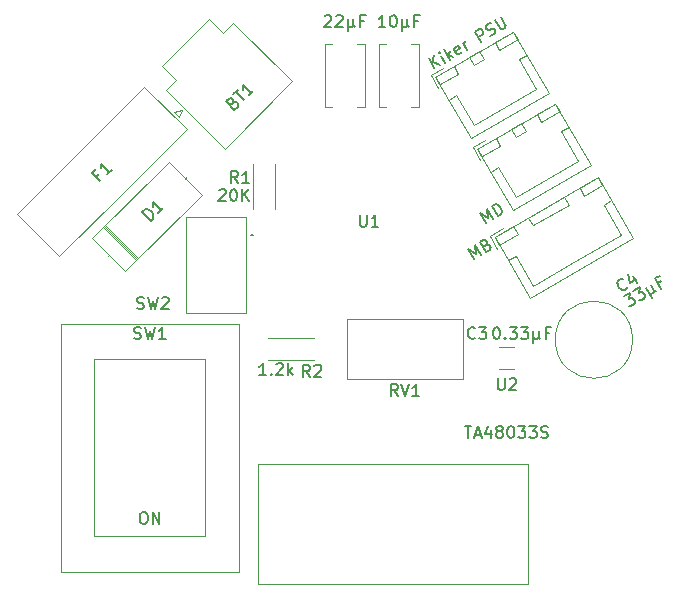
<source format=gbr>
%TF.GenerationSoftware,KiCad,Pcbnew,(6.0.5)*%
%TF.CreationDate,2023-02-26T21:46:22+09:00*%
%TF.ProjectId,psu_board,7073755f-626f-4617-9264-2e6b69636164,rev?*%
%TF.SameCoordinates,Original*%
%TF.FileFunction,Legend,Top*%
%TF.FilePolarity,Positive*%
%FSLAX46Y46*%
G04 Gerber Fmt 4.6, Leading zero omitted, Abs format (unit mm)*
G04 Created by KiCad (PCBNEW (6.0.5)) date 2023-02-26 21:46:22*
%MOMM*%
%LPD*%
G01*
G04 APERTURE LIST*
%ADD10C,0.150000*%
%ADD11C,0.120000*%
%ADD12C,0.100000*%
%ADD13C,0.200000*%
G04 APERTURE END LIST*
D10*
X162401523Y-106894380D02*
X162496761Y-106894380D01*
X162592000Y-106942000D01*
X162639619Y-106989619D01*
X162687238Y-107084857D01*
X162734857Y-107275333D01*
X162734857Y-107513428D01*
X162687238Y-107703904D01*
X162639619Y-107799142D01*
X162592000Y-107846761D01*
X162496761Y-107894380D01*
X162401523Y-107894380D01*
X162306285Y-107846761D01*
X162258666Y-107799142D01*
X162211047Y-107703904D01*
X162163428Y-107513428D01*
X162163428Y-107275333D01*
X162211047Y-107084857D01*
X162258666Y-106989619D01*
X162306285Y-106942000D01*
X162401523Y-106894380D01*
X163163428Y-107799142D02*
X163211047Y-107846761D01*
X163163428Y-107894380D01*
X163115809Y-107846761D01*
X163163428Y-107799142D01*
X163163428Y-107894380D01*
X163544380Y-106894380D02*
X164163428Y-106894380D01*
X163830095Y-107275333D01*
X163972952Y-107275333D01*
X164068190Y-107322952D01*
X164115809Y-107370571D01*
X164163428Y-107465809D01*
X164163428Y-107703904D01*
X164115809Y-107799142D01*
X164068190Y-107846761D01*
X163972952Y-107894380D01*
X163687238Y-107894380D01*
X163592000Y-107846761D01*
X163544380Y-107799142D01*
X164496761Y-106894380D02*
X165115809Y-106894380D01*
X164782476Y-107275333D01*
X164925333Y-107275333D01*
X165020571Y-107322952D01*
X165068190Y-107370571D01*
X165115809Y-107465809D01*
X165115809Y-107703904D01*
X165068190Y-107799142D01*
X165020571Y-107846761D01*
X164925333Y-107894380D01*
X164639619Y-107894380D01*
X164544380Y-107846761D01*
X164496761Y-107799142D01*
X165544380Y-107227714D02*
X165544380Y-108227714D01*
X166020571Y-107751523D02*
X166068190Y-107846761D01*
X166163428Y-107894380D01*
X165544380Y-107751523D02*
X165592000Y-107846761D01*
X165687238Y-107894380D01*
X165877714Y-107894380D01*
X165972952Y-107846761D01*
X166020571Y-107751523D01*
X166020571Y-107227714D01*
X166925333Y-107370571D02*
X166592000Y-107370571D01*
X166592000Y-107894380D02*
X166592000Y-106894380D01*
X167068190Y-106894380D01*
X173206336Y-104292700D02*
X173742447Y-103983176D01*
X173644248Y-104479757D01*
X173767966Y-104408329D01*
X173874254Y-104401949D01*
X173939303Y-104419379D01*
X174028161Y-104478048D01*
X174147209Y-104684244D01*
X174153588Y-104790532D01*
X174136159Y-104855581D01*
X174077489Y-104944440D01*
X173830054Y-105087297D01*
X173723765Y-105093676D01*
X173658717Y-105076247D01*
X174031122Y-103816509D02*
X174567233Y-103506986D01*
X174469034Y-104003567D01*
X174592752Y-103932138D01*
X174699040Y-103925758D01*
X174764089Y-103943188D01*
X174852947Y-104001857D01*
X174971995Y-104208054D01*
X174978374Y-104314342D01*
X174960945Y-104379391D01*
X174902276Y-104468249D01*
X174654840Y-104611106D01*
X174548552Y-104617486D01*
X174483503Y-104600056D01*
X175105053Y-103581375D02*
X175605053Y-104447400D01*
X175779351Y-103796912D02*
X175868209Y-103855581D01*
X175974497Y-103849201D01*
X175366958Y-104035007D02*
X175455816Y-104093676D01*
X175562104Y-104087297D01*
X175727062Y-103992059D01*
X175785731Y-103903200D01*
X175779351Y-103796912D01*
X175517446Y-103343280D01*
X176372422Y-103014617D02*
X176083746Y-103181283D01*
X176345651Y-103634916D02*
X175845651Y-102768890D01*
X176258044Y-102530795D01*
%TO.C,F1*%
X128745790Y-93911194D02*
X128510087Y-94146896D01*
X128880477Y-94517286D02*
X128173370Y-93810179D01*
X128510087Y-93473461D01*
X129856957Y-93540805D02*
X129452896Y-93944866D01*
X129654927Y-93742835D02*
X128947820Y-93035729D01*
X128981492Y-93204087D01*
X128981492Y-93338774D01*
X128947820Y-93439790D01*
%TO.C,D1*%
X133147969Y-97869793D02*
X132440862Y-97162687D01*
X132609221Y-96994328D01*
X132743908Y-96926984D01*
X132878595Y-96926984D01*
X132979610Y-96960656D01*
X133147969Y-97061671D01*
X133248984Y-97162687D01*
X133350000Y-97331045D01*
X133383671Y-97432061D01*
X133383671Y-97566748D01*
X133316328Y-97701435D01*
X133147969Y-97869793D01*
X134225465Y-96792297D02*
X133821404Y-97196358D01*
X134023435Y-96994328D02*
X133316328Y-96287221D01*
X133350000Y-96455580D01*
X133350000Y-96590267D01*
X133316328Y-96691282D01*
%TO.C,C4*%
X173516233Y-103516628D02*
X173498804Y-103581676D01*
X173398895Y-103694344D01*
X173316417Y-103741963D01*
X173168889Y-103772153D01*
X173038791Y-103737293D01*
X172949933Y-103678624D01*
X172813456Y-103537476D01*
X172742027Y-103413758D01*
X172688028Y-103224992D01*
X172681649Y-103118704D01*
X172716508Y-102988606D01*
X172816417Y-102875938D01*
X172898895Y-102828319D01*
X173046423Y-102798130D01*
X173111471Y-102815559D01*
X173972827Y-102593185D02*
X174306160Y-103170535D01*
X173576154Y-102382318D02*
X173727100Y-103119955D01*
X174263211Y-102810431D01*
%TO.C,Kiker PSU*%
X157188982Y-84984625D02*
X156688982Y-84118599D01*
X157683854Y-84698910D02*
X157026986Y-84418324D01*
X157183854Y-83832885D02*
X156974697Y-84613471D01*
X158055008Y-84484625D02*
X157721674Y-83907274D01*
X157555008Y-83618599D02*
X157537578Y-83683648D01*
X157602627Y-83701078D01*
X157620057Y-83636029D01*
X157555008Y-83618599D01*
X157602627Y-83701078D01*
X158467401Y-84246529D02*
X157967401Y-83380504D01*
X158359403Y-83868996D02*
X158797315Y-84056053D01*
X158463982Y-83478703D02*
X158324544Y-83999094D01*
X159474574Y-83610052D02*
X159415905Y-83698910D01*
X159250948Y-83794148D01*
X159144660Y-83800528D01*
X159055801Y-83741859D01*
X158865325Y-83411945D01*
X158858945Y-83305657D01*
X158917614Y-83216798D01*
X159082572Y-83121560D01*
X159188860Y-83115180D01*
X159277718Y-83173849D01*
X159325337Y-83256328D01*
X158960563Y-83576902D01*
X159910777Y-83413196D02*
X159577443Y-82835846D01*
X159672681Y-83000803D02*
X159666302Y-82894515D01*
X159683731Y-82829466D01*
X159742400Y-82740608D01*
X159824879Y-82692989D01*
X161106716Y-82722720D02*
X160606716Y-81856694D01*
X160936631Y-81666218D01*
X161042919Y-81659839D01*
X161107968Y-81677268D01*
X161196826Y-81735937D01*
X161268255Y-81859655D01*
X161274634Y-81965943D01*
X161257205Y-82030992D01*
X161198536Y-82119851D01*
X160868621Y-82310327D01*
X161907693Y-82205290D02*
X162055220Y-82175101D01*
X162261417Y-82056053D01*
X162320086Y-81967195D01*
X162337516Y-81902146D01*
X162331136Y-81795858D01*
X162283517Y-81713379D01*
X162194659Y-81654710D01*
X162129610Y-81637280D01*
X162023322Y-81643660D01*
X161834555Y-81697659D01*
X161728267Y-81704039D01*
X161663218Y-81686609D01*
X161574360Y-81627940D01*
X161526741Y-81545461D01*
X161520361Y-81439173D01*
X161537791Y-81374124D01*
X161596460Y-81285266D01*
X161802656Y-81166218D01*
X161950184Y-81136029D01*
X162297528Y-80880504D02*
X162702290Y-81581572D01*
X162791148Y-81640241D01*
X162856197Y-81657671D01*
X162962485Y-81651291D01*
X163127442Y-81556053D01*
X163186111Y-81467195D01*
X163203541Y-81402146D01*
X163197161Y-81295858D01*
X162792400Y-80594790D01*
%TO.C,22\u03BCF*%
X147891714Y-80573619D02*
X147939333Y-80526000D01*
X148034571Y-80478380D01*
X148272666Y-80478380D01*
X148367904Y-80526000D01*
X148415523Y-80573619D01*
X148463142Y-80668857D01*
X148463142Y-80764095D01*
X148415523Y-80906952D01*
X147844095Y-81478380D01*
X148463142Y-81478380D01*
X148844095Y-80573619D02*
X148891714Y-80526000D01*
X148986952Y-80478380D01*
X149225047Y-80478380D01*
X149320285Y-80526000D01*
X149367904Y-80573619D01*
X149415523Y-80668857D01*
X149415523Y-80764095D01*
X149367904Y-80906952D01*
X148796476Y-81478380D01*
X149415523Y-81478380D01*
X149844095Y-80811714D02*
X149844095Y-81811714D01*
X150320285Y-81335523D02*
X150367904Y-81430761D01*
X150463142Y-81478380D01*
X149844095Y-81335523D02*
X149891714Y-81430761D01*
X149986952Y-81478380D01*
X150177428Y-81478380D01*
X150272666Y-81430761D01*
X150320285Y-81335523D01*
X150320285Y-80811714D01*
X151225047Y-80954571D02*
X150891714Y-80954571D01*
X150891714Y-81478380D02*
X150891714Y-80478380D01*
X151367904Y-80478380D01*
%TO.C,SW2*%
X132016666Y-105306761D02*
X132159523Y-105354380D01*
X132397619Y-105354380D01*
X132492857Y-105306761D01*
X132540476Y-105259142D01*
X132588095Y-105163904D01*
X132588095Y-105068666D01*
X132540476Y-104973428D01*
X132492857Y-104925809D01*
X132397619Y-104878190D01*
X132207142Y-104830571D01*
X132111904Y-104782952D01*
X132064285Y-104735333D01*
X132016666Y-104640095D01*
X132016666Y-104544857D01*
X132064285Y-104449619D01*
X132111904Y-104402000D01*
X132207142Y-104354380D01*
X132445238Y-104354380D01*
X132588095Y-104402000D01*
X132921428Y-104354380D02*
X133159523Y-105354380D01*
X133350000Y-104640095D01*
X133540476Y-105354380D01*
X133778571Y-104354380D01*
X134111904Y-104449619D02*
X134159523Y-104402000D01*
X134254761Y-104354380D01*
X134492857Y-104354380D01*
X134588095Y-104402000D01*
X134635714Y-104449619D01*
X134683333Y-104544857D01*
X134683333Y-104640095D01*
X134635714Y-104782952D01*
X134064285Y-105354380D01*
X134683333Y-105354380D01*
%TO.C,MB*%
X160540502Y-101138440D02*
X160040502Y-100272414D01*
X160686320Y-100724337D01*
X160617852Y-99939081D01*
X161117852Y-100805106D01*
X161557016Y-99946712D02*
X161704543Y-99916523D01*
X161769592Y-99933952D01*
X161858450Y-99992622D01*
X161929879Y-100116339D01*
X161936259Y-100222628D01*
X161918829Y-100287676D01*
X161860160Y-100376535D01*
X161530245Y-100567011D01*
X161030245Y-99700986D01*
X161318921Y-99534319D01*
X161425209Y-99527939D01*
X161490258Y-99545369D01*
X161579116Y-99604038D01*
X161626735Y-99686517D01*
X161633115Y-99792805D01*
X161615685Y-99857854D01*
X161557016Y-99946712D01*
X161268341Y-100113379D01*
%TO.C,R1*%
X140549333Y-94686380D02*
X140216000Y-94210190D01*
X139977904Y-94686380D02*
X139977904Y-93686380D01*
X140358857Y-93686380D01*
X140454095Y-93734000D01*
X140501714Y-93781619D01*
X140549333Y-93876857D01*
X140549333Y-94019714D01*
X140501714Y-94114952D01*
X140454095Y-94162571D01*
X140358857Y-94210190D01*
X139977904Y-94210190D01*
X141501714Y-94686380D02*
X140930285Y-94686380D01*
X141216000Y-94686380D02*
X141216000Y-93686380D01*
X141120761Y-93829238D01*
X141025523Y-93924476D01*
X140930285Y-93972095D01*
X138946095Y-95305619D02*
X138993714Y-95258000D01*
X139088952Y-95210380D01*
X139327047Y-95210380D01*
X139422285Y-95258000D01*
X139469904Y-95305619D01*
X139517523Y-95400857D01*
X139517523Y-95496095D01*
X139469904Y-95638952D01*
X138898476Y-96210380D01*
X139517523Y-96210380D01*
X140136571Y-95210380D02*
X140231809Y-95210380D01*
X140327047Y-95258000D01*
X140374666Y-95305619D01*
X140422285Y-95400857D01*
X140469904Y-95591333D01*
X140469904Y-95829428D01*
X140422285Y-96019904D01*
X140374666Y-96115142D01*
X140327047Y-96162761D01*
X140231809Y-96210380D01*
X140136571Y-96210380D01*
X140041333Y-96162761D01*
X139993714Y-96115142D01*
X139946095Y-96019904D01*
X139898476Y-95829428D01*
X139898476Y-95591333D01*
X139946095Y-95400857D01*
X139993714Y-95305619D01*
X140041333Y-95258000D01*
X140136571Y-95210380D01*
X140898476Y-96210380D02*
X140898476Y-95210380D01*
X141469904Y-96210380D02*
X141041333Y-95638952D01*
X141469904Y-95210380D02*
X140898476Y-95781809D01*
%TO.C,RV1*%
X154080761Y-112720380D02*
X153747428Y-112244190D01*
X153509333Y-112720380D02*
X153509333Y-111720380D01*
X153890285Y-111720380D01*
X153985523Y-111768000D01*
X154033142Y-111815619D01*
X154080761Y-111910857D01*
X154080761Y-112053714D01*
X154033142Y-112148952D01*
X153985523Y-112196571D01*
X153890285Y-112244190D01*
X153509333Y-112244190D01*
X154366476Y-111720380D02*
X154699809Y-112720380D01*
X155033142Y-111720380D01*
X155890285Y-112720380D02*
X155318857Y-112720380D01*
X155604571Y-112720380D02*
X155604571Y-111720380D01*
X155509333Y-111863238D01*
X155414095Y-111958476D01*
X155318857Y-112006095D01*
%TO.C,R2*%
X146645333Y-111084380D02*
X146312000Y-110608190D01*
X146073904Y-111084380D02*
X146073904Y-110084380D01*
X146454857Y-110084380D01*
X146550095Y-110132000D01*
X146597714Y-110179619D01*
X146645333Y-110274857D01*
X146645333Y-110417714D01*
X146597714Y-110512952D01*
X146550095Y-110560571D01*
X146454857Y-110608190D01*
X146073904Y-110608190D01*
X147026285Y-110179619D02*
X147073904Y-110132000D01*
X147169142Y-110084380D01*
X147407238Y-110084380D01*
X147502476Y-110132000D01*
X147550095Y-110179619D01*
X147597714Y-110274857D01*
X147597714Y-110370095D01*
X147550095Y-110512952D01*
X146978666Y-111084380D01*
X147597714Y-111084380D01*
X142930666Y-110942380D02*
X142359238Y-110942380D01*
X142644952Y-110942380D02*
X142644952Y-109942380D01*
X142549714Y-110085238D01*
X142454476Y-110180476D01*
X142359238Y-110228095D01*
X143359238Y-110847142D02*
X143406857Y-110894761D01*
X143359238Y-110942380D01*
X143311619Y-110894761D01*
X143359238Y-110847142D01*
X143359238Y-110942380D01*
X143787809Y-110037619D02*
X143835428Y-109990000D01*
X143930666Y-109942380D01*
X144168761Y-109942380D01*
X144264000Y-109990000D01*
X144311619Y-110037619D01*
X144359238Y-110132857D01*
X144359238Y-110228095D01*
X144311619Y-110370952D01*
X143740190Y-110942380D01*
X144359238Y-110942380D01*
X144787809Y-110942380D02*
X144787809Y-109942380D01*
X144883047Y-110561428D02*
X145168761Y-110942380D01*
X145168761Y-110275714D02*
X144787809Y-110656666D01*
%TO.C,C3*%
X160615333Y-107799142D02*
X160567714Y-107846761D01*
X160424857Y-107894380D01*
X160329619Y-107894380D01*
X160186761Y-107846761D01*
X160091523Y-107751523D01*
X160043904Y-107656285D01*
X159996285Y-107465809D01*
X159996285Y-107322952D01*
X160043904Y-107132476D01*
X160091523Y-107037238D01*
X160186761Y-106942000D01*
X160329619Y-106894380D01*
X160424857Y-106894380D01*
X160567714Y-106942000D01*
X160615333Y-106989619D01*
X160948666Y-106894380D02*
X161567714Y-106894380D01*
X161234380Y-107275333D01*
X161377238Y-107275333D01*
X161472476Y-107322952D01*
X161520095Y-107370571D01*
X161567714Y-107465809D01*
X161567714Y-107703904D01*
X161520095Y-107799142D01*
X161472476Y-107846761D01*
X161377238Y-107894380D01*
X161091523Y-107894380D01*
X160996285Y-107846761D01*
X160948666Y-107799142D01*
%TO.C,BT1*%
X140109908Y-87881076D02*
X140244595Y-87813732D01*
X140311938Y-87813732D01*
X140412954Y-87847404D01*
X140513969Y-87948419D01*
X140547641Y-88049435D01*
X140547641Y-88116778D01*
X140513969Y-88217793D01*
X140244595Y-88487167D01*
X139537488Y-87780061D01*
X139773190Y-87544358D01*
X139874206Y-87510687D01*
X139941549Y-87510687D01*
X140042564Y-87544358D01*
X140109908Y-87611702D01*
X140143580Y-87712717D01*
X140143580Y-87780061D01*
X140109908Y-87881076D01*
X139874206Y-88116778D01*
X140143580Y-87173969D02*
X140547641Y-86769908D01*
X141052717Y-87679045D02*
X140345610Y-86971938D01*
X141860839Y-86870923D02*
X141456778Y-87274984D01*
X141658809Y-87072954D02*
X140951702Y-86365847D01*
X140985374Y-86534206D01*
X140985374Y-86668893D01*
X140951702Y-86769908D01*
%TO.C,SW1*%
X131762666Y-107846761D02*
X131905523Y-107894380D01*
X132143619Y-107894380D01*
X132238857Y-107846761D01*
X132286476Y-107799142D01*
X132334095Y-107703904D01*
X132334095Y-107608666D01*
X132286476Y-107513428D01*
X132238857Y-107465809D01*
X132143619Y-107418190D01*
X131953142Y-107370571D01*
X131857904Y-107322952D01*
X131810285Y-107275333D01*
X131762666Y-107180095D01*
X131762666Y-107084857D01*
X131810285Y-106989619D01*
X131857904Y-106942000D01*
X131953142Y-106894380D01*
X132191238Y-106894380D01*
X132334095Y-106942000D01*
X132667428Y-106894380D02*
X132905523Y-107894380D01*
X133096000Y-107180095D01*
X133286476Y-107894380D01*
X133524571Y-106894380D01*
X134429333Y-107894380D02*
X133857904Y-107894380D01*
X134143619Y-107894380D02*
X134143619Y-106894380D01*
X134048380Y-107037238D01*
X133953142Y-107132476D01*
X133857904Y-107180095D01*
X132476952Y-122546380D02*
X132667428Y-122546380D01*
X132762666Y-122594000D01*
X132857904Y-122689238D01*
X132905523Y-122879714D01*
X132905523Y-123213047D01*
X132857904Y-123403523D01*
X132762666Y-123498761D01*
X132667428Y-123546380D01*
X132476952Y-123546380D01*
X132381714Y-123498761D01*
X132286476Y-123403523D01*
X132238857Y-123213047D01*
X132238857Y-122879714D01*
X132286476Y-122689238D01*
X132381714Y-122594000D01*
X132476952Y-122546380D01*
X133334095Y-123546380D02*
X133334095Y-122546380D01*
X133905523Y-123546380D01*
X133905523Y-122546380D01*
%TO.C,10\u03BCF*%
X153035142Y-81478380D02*
X152463714Y-81478380D01*
X152749428Y-81478380D02*
X152749428Y-80478380D01*
X152654190Y-80621238D01*
X152558952Y-80716476D01*
X152463714Y-80764095D01*
X153654190Y-80478380D02*
X153749428Y-80478380D01*
X153844666Y-80526000D01*
X153892285Y-80573619D01*
X153939904Y-80668857D01*
X153987523Y-80859333D01*
X153987523Y-81097428D01*
X153939904Y-81287904D01*
X153892285Y-81383142D01*
X153844666Y-81430761D01*
X153749428Y-81478380D01*
X153654190Y-81478380D01*
X153558952Y-81430761D01*
X153511333Y-81383142D01*
X153463714Y-81287904D01*
X153416095Y-81097428D01*
X153416095Y-80859333D01*
X153463714Y-80668857D01*
X153511333Y-80573619D01*
X153558952Y-80526000D01*
X153654190Y-80478380D01*
X154416095Y-80811714D02*
X154416095Y-81811714D01*
X154892285Y-81335523D02*
X154939904Y-81430761D01*
X155035142Y-81478380D01*
X154416095Y-81335523D02*
X154463714Y-81430761D01*
X154558952Y-81478380D01*
X154749428Y-81478380D01*
X154844666Y-81430761D01*
X154892285Y-81335523D01*
X154892285Y-80811714D01*
X155797047Y-80954571D02*
X155463714Y-80954571D01*
X155463714Y-81478380D02*
X155463714Y-80478380D01*
X155939904Y-80478380D01*
%TO.C,U1*%
X150872095Y-97373380D02*
X150872095Y-98182904D01*
X150919714Y-98278142D01*
X150967333Y-98325761D01*
X151062571Y-98373380D01*
X151253047Y-98373380D01*
X151348285Y-98325761D01*
X151395904Y-98278142D01*
X151443523Y-98182904D01*
X151443523Y-97373380D01*
X152443523Y-98373380D02*
X151872095Y-98373380D01*
X152157809Y-98373380D02*
X152157809Y-97373380D01*
X152062571Y-97516238D01*
X151967333Y-97611476D01*
X151872095Y-97659095D01*
%TO.C,MD*%
X161556502Y-98090440D02*
X161056502Y-97224414D01*
X161702320Y-97676337D01*
X161633852Y-96891081D01*
X162133852Y-97757106D01*
X162546245Y-97519011D02*
X162046245Y-96652986D01*
X162252442Y-96533938D01*
X162399969Y-96503749D01*
X162530067Y-96538608D01*
X162618925Y-96597277D01*
X162755403Y-96738425D01*
X162826831Y-96862143D01*
X162880830Y-97050910D01*
X162887210Y-97157198D01*
X162852350Y-97287295D01*
X162752442Y-97399963D01*
X162546245Y-97519011D01*
%TO.C,U2*%
X162560095Y-111212380D02*
X162560095Y-112021904D01*
X162607714Y-112117142D01*
X162655333Y-112164761D01*
X162750571Y-112212380D01*
X162941047Y-112212380D01*
X163036285Y-112164761D01*
X163083904Y-112117142D01*
X163131523Y-112021904D01*
X163131523Y-111212380D01*
X163560095Y-111307619D02*
X163607714Y-111260000D01*
X163702952Y-111212380D01*
X163941047Y-111212380D01*
X164036285Y-111260000D01*
X164083904Y-111307619D01*
X164131523Y-111402857D01*
X164131523Y-111498095D01*
X164083904Y-111640952D01*
X163512476Y-112212380D01*
X164131523Y-112212380D01*
X159750571Y-115276380D02*
X160322000Y-115276380D01*
X160036285Y-116276380D02*
X160036285Y-115276380D01*
X160607714Y-115990666D02*
X161083904Y-115990666D01*
X160512476Y-116276380D02*
X160845809Y-115276380D01*
X161179142Y-116276380D01*
X161941047Y-115609714D02*
X161941047Y-116276380D01*
X161702952Y-115228761D02*
X161464857Y-115943047D01*
X162083904Y-115943047D01*
X162607714Y-115704952D02*
X162512476Y-115657333D01*
X162464857Y-115609714D01*
X162417238Y-115514476D01*
X162417238Y-115466857D01*
X162464857Y-115371619D01*
X162512476Y-115324000D01*
X162607714Y-115276380D01*
X162798190Y-115276380D01*
X162893428Y-115324000D01*
X162941047Y-115371619D01*
X162988666Y-115466857D01*
X162988666Y-115514476D01*
X162941047Y-115609714D01*
X162893428Y-115657333D01*
X162798190Y-115704952D01*
X162607714Y-115704952D01*
X162512476Y-115752571D01*
X162464857Y-115800190D01*
X162417238Y-115895428D01*
X162417238Y-116085904D01*
X162464857Y-116181142D01*
X162512476Y-116228761D01*
X162607714Y-116276380D01*
X162798190Y-116276380D01*
X162893428Y-116228761D01*
X162941047Y-116181142D01*
X162988666Y-116085904D01*
X162988666Y-115895428D01*
X162941047Y-115800190D01*
X162893428Y-115752571D01*
X162798190Y-115704952D01*
X163607714Y-115276380D02*
X163702952Y-115276380D01*
X163798190Y-115324000D01*
X163845809Y-115371619D01*
X163893428Y-115466857D01*
X163941047Y-115657333D01*
X163941047Y-115895428D01*
X163893428Y-116085904D01*
X163845809Y-116181142D01*
X163798190Y-116228761D01*
X163702952Y-116276380D01*
X163607714Y-116276380D01*
X163512476Y-116228761D01*
X163464857Y-116181142D01*
X163417238Y-116085904D01*
X163369619Y-115895428D01*
X163369619Y-115657333D01*
X163417238Y-115466857D01*
X163464857Y-115371619D01*
X163512476Y-115324000D01*
X163607714Y-115276380D01*
X164274380Y-115276380D02*
X164893428Y-115276380D01*
X164560095Y-115657333D01*
X164702952Y-115657333D01*
X164798190Y-115704952D01*
X164845809Y-115752571D01*
X164893428Y-115847809D01*
X164893428Y-116085904D01*
X164845809Y-116181142D01*
X164798190Y-116228761D01*
X164702952Y-116276380D01*
X164417238Y-116276380D01*
X164322000Y-116228761D01*
X164274380Y-116181142D01*
X165226761Y-115276380D02*
X165845809Y-115276380D01*
X165512476Y-115657333D01*
X165655333Y-115657333D01*
X165750571Y-115704952D01*
X165798190Y-115752571D01*
X165845809Y-115847809D01*
X165845809Y-116085904D01*
X165798190Y-116181142D01*
X165750571Y-116228761D01*
X165655333Y-116276380D01*
X165369619Y-116276380D01*
X165274380Y-116228761D01*
X165226761Y-116181142D01*
X166226761Y-116228761D02*
X166369619Y-116276380D01*
X166607714Y-116276380D01*
X166702952Y-116228761D01*
X166750571Y-116181142D01*
X166798190Y-116085904D01*
X166798190Y-115990666D01*
X166750571Y-115895428D01*
X166702952Y-115847809D01*
X166607714Y-115800190D01*
X166417238Y-115752571D01*
X166322000Y-115704952D01*
X166274380Y-115657333D01*
X166226761Y-115562095D01*
X166226761Y-115466857D01*
X166274380Y-115371619D01*
X166322000Y-115324000D01*
X166417238Y-115276380D01*
X166655333Y-115276380D01*
X166798190Y-115324000D01*
D11*
%TO.C,F1*%
X125421846Y-100892154D02*
X130810000Y-95504000D01*
X132606051Y-86523744D02*
X127217898Y-91911898D01*
X136198154Y-90115846D02*
X132606051Y-86523744D01*
X127217898Y-91911898D02*
X121829744Y-97300051D01*
X121829744Y-97300051D02*
X125421846Y-100892154D01*
X130810000Y-95504000D02*
X136198154Y-90115846D01*
%TO.C,D1*%
X134680478Y-92911523D02*
X128217522Y-99374479D01*
X129246362Y-98345638D02*
X132032363Y-101131639D01*
X136172473Y-94205528D02*
X136073478Y-94304523D01*
X137466478Y-95697523D02*
X134680478Y-92911523D01*
X129161509Y-98430491D02*
X131947510Y-101216492D01*
X129331215Y-98260785D02*
X132117216Y-101046786D01*
X131003522Y-102160479D02*
X137466478Y-95697523D01*
X128217522Y-99374479D02*
X131003522Y-102160479D01*
X129511527Y-100866474D02*
X129610522Y-100767479D01*
%TO.C,C4*%
X173958000Y-107950000D02*
G75*
G03*
X173958000Y-107950000I-3270000J0D01*
G01*
%TO.C,Kiker PSU*%
X166844058Y-87040086D02*
X163859058Y-81869915D01*
X162671552Y-83433094D02*
X164230397Y-82533094D01*
X159207450Y-85433094D02*
X158832450Y-84783575D01*
X165805878Y-86761907D02*
X163164501Y-88286907D01*
X163859058Y-81869915D02*
X157259944Y-85679915D01*
X160131488Y-84033575D02*
X160506488Y-84683094D01*
X157946328Y-84948767D02*
X156863797Y-85573767D01*
X160506488Y-84683094D02*
X161372513Y-84183094D01*
X160523123Y-89811907D02*
X163164501Y-88286907D01*
X160244944Y-90850086D02*
X166844058Y-87040086D01*
X162296552Y-82783575D02*
X162671552Y-83433094D01*
X164330878Y-84207132D02*
X165805878Y-86761907D01*
X164230397Y-82533094D02*
X163855397Y-81883575D01*
X161372513Y-84183094D02*
X160997513Y-83533575D01*
X158832450Y-84783575D02*
X157273604Y-85683575D01*
X164980397Y-83832132D02*
X164330878Y-84207132D01*
X157273604Y-85683575D02*
X157648604Y-86333094D01*
X157259944Y-85679915D02*
X160244944Y-90850086D01*
X158398604Y-87632132D02*
X159048123Y-87257132D01*
X156863797Y-85573767D02*
X157488797Y-86656299D01*
X163855397Y-81883575D02*
X162296552Y-82783575D01*
X157648604Y-86333094D02*
X159207450Y-85433094D01*
X159048123Y-87257132D02*
X160523123Y-89811907D01*
X160997513Y-83533575D02*
X160131488Y-84033575D01*
%TO.C,22\u03BCF*%
X147885000Y-88268000D02*
X147885000Y-82928000D01*
X151327000Y-88268000D02*
X151327000Y-82928000D01*
X147885000Y-82928000D02*
X148551000Y-82928000D01*
X150661000Y-88268000D02*
X151327000Y-88268000D01*
X147885000Y-88268000D02*
X148551000Y-88268000D01*
X150661000Y-82928000D02*
X151327000Y-82928000D01*
D12*
%TO.C,SW2*%
X141224000Y-105665000D02*
X141224000Y-97535000D01*
D13*
X141784000Y-99060000D02*
X141784000Y-99060000D01*
D12*
X136144000Y-105665000D02*
X141224000Y-105665000D01*
D13*
X141684000Y-99060000D02*
X141684000Y-99060000D01*
D12*
X141224000Y-97535000D02*
X136144000Y-97535000D01*
D13*
X141784000Y-99060000D02*
X141784000Y-99060000D01*
D12*
X136144000Y-97535000D02*
X136144000Y-105665000D01*
D13*
X141784000Y-99060000D02*
G75*
G03*
X141684000Y-99060000I-50000J0D01*
G01*
X141684000Y-99060000D02*
G75*
G03*
X141784000Y-99060000I50000J0D01*
G01*
X141784000Y-99060000D02*
G75*
G03*
X141684000Y-99060000I-50000J0D01*
G01*
D11*
%TO.C,MB*%
X164061591Y-100836132D02*
X165536591Y-103390907D01*
X168176045Y-95862575D02*
X165144956Y-97612575D01*
X174022589Y-99369086D02*
X171037589Y-94198915D01*
X165144956Y-97612575D02*
X165519956Y-98262094D01*
X171033929Y-94212575D02*
X169475083Y-95112575D01*
X171509410Y-96536132D02*
X172984410Y-99090907D01*
X164220918Y-99012094D02*
X163845918Y-98362575D01*
X169850083Y-95762094D02*
X171408929Y-94862094D01*
X163845918Y-98362575D02*
X162287072Y-99262575D01*
X162287072Y-99262575D02*
X162662072Y-99912094D01*
X165519956Y-98262094D02*
X168551045Y-96512094D01*
X171408929Y-94862094D02*
X171033929Y-94212575D01*
X171037589Y-94198915D02*
X162273412Y-99258915D01*
X168551045Y-96512094D02*
X168176045Y-95862575D01*
X172158929Y-96161132D02*
X171509410Y-96536132D01*
X162273412Y-99258915D02*
X165258412Y-104429086D01*
X169475083Y-95112575D02*
X169850083Y-95762094D01*
X165258412Y-104429086D02*
X174022589Y-99369086D01*
X162959796Y-98527767D02*
X161877265Y-99152767D01*
X172984410Y-99090907D02*
X169260501Y-101240907D01*
X165536591Y-103390907D02*
X169260501Y-101240907D01*
X161877265Y-99152767D02*
X162502265Y-100235299D01*
X163412072Y-101211132D02*
X164061591Y-100836132D01*
X162662072Y-99912094D02*
X164220918Y-99012094D01*
%TO.C,MES1*%
X165100000Y-118477000D02*
X165100000Y-128637000D01*
X142240000Y-128637000D02*
X142240000Y-118477000D01*
X153670000Y-118477000D02*
X165100000Y-118477000D01*
X142240000Y-118477000D02*
X153670000Y-118477000D01*
X165100000Y-128637000D02*
X153670000Y-128637000D01*
X153670000Y-128637000D02*
X142240000Y-128637000D01*
%TO.C,R1*%
X143668000Y-93076000D02*
X143668000Y-96916000D01*
X141828000Y-93076000D02*
X141828000Y-96916000D01*
%TO.C,RV1*%
X159561000Y-106172000D02*
X149791000Y-106172000D01*
X159561000Y-111242000D02*
X159561000Y-106172000D01*
X159561000Y-111242000D02*
X149791000Y-111242000D01*
X149791000Y-111242000D02*
X149791000Y-106172000D01*
%TO.C,R2*%
X146954000Y-109632000D02*
X143114000Y-109632000D01*
X146954000Y-107792000D02*
X143114000Y-107792000D01*
%TO.C,C3*%
X162693000Y-108554000D02*
X163951000Y-108554000D01*
X162693000Y-110394000D02*
X163951000Y-110394000D01*
%TO.C,BT1*%
X134100831Y-84777198D02*
X138117198Y-80760831D01*
X134454385Y-86827808D02*
X135302913Y-85979280D01*
X139418274Y-91791697D02*
X134454385Y-86827808D01*
X135168563Y-88673356D02*
X135804959Y-88461224D01*
X135302913Y-85979280D02*
X134100831Y-84777198D01*
X135592827Y-89097620D02*
X135168563Y-88673356D01*
X139319279Y-81962913D02*
X140167808Y-81114385D01*
X140167808Y-81114385D02*
X145131697Y-86078274D01*
X138117198Y-80760831D02*
X139319279Y-81962913D01*
X135804959Y-88461224D02*
X135592827Y-89097620D01*
X145131697Y-86078274D02*
X139418274Y-91791697D01*
%TO.C,SW1*%
X133096000Y-127594000D02*
X140596000Y-127594000D01*
X133096000Y-124594000D02*
X137796000Y-124594000D01*
X140596000Y-127594000D02*
X140596000Y-106594000D01*
X125596000Y-127594000D02*
X133096000Y-127594000D01*
X137796000Y-124594000D02*
X137796000Y-109594000D01*
X128396000Y-109594000D02*
X128396000Y-124594000D01*
X137796000Y-109594000D02*
X128396000Y-109594000D01*
X125596000Y-106594000D02*
X125596000Y-127594000D01*
X128396000Y-124594000D02*
X133096000Y-124594000D01*
X140596000Y-106594000D02*
X125596000Y-106594000D01*
%TO.C,10\u03BCF*%
X152457000Y-88268000D02*
X153123000Y-88268000D01*
X155233000Y-82928000D02*
X155899000Y-82928000D01*
X155233000Y-88268000D02*
X155899000Y-88268000D01*
X155899000Y-88268000D02*
X155899000Y-82928000D01*
X152457000Y-88268000D02*
X152457000Y-82928000D01*
X152457000Y-82928000D02*
X153123000Y-82928000D01*
%TO.C,MD*%
X163800944Y-96946086D02*
X170400058Y-93136086D01*
X170400058Y-93136086D02*
X167415058Y-87965915D01*
X160419797Y-91669767D02*
X161044797Y-92752299D01*
X161502328Y-91044767D02*
X160419797Y-91669767D01*
X168536397Y-89928132D02*
X167886878Y-90303132D01*
X166227552Y-89529094D02*
X167786397Y-88629094D01*
X162388450Y-90879575D02*
X160829604Y-91779575D01*
X160829604Y-91779575D02*
X161204604Y-92429094D01*
X169361878Y-92857907D02*
X166720501Y-94382907D01*
X167411397Y-87979575D02*
X165852552Y-88879575D01*
X163687488Y-90129575D02*
X164062488Y-90779094D01*
X167786397Y-88629094D02*
X167411397Y-87979575D01*
X164553513Y-89629575D02*
X163687488Y-90129575D01*
X161204604Y-92429094D02*
X162763450Y-91529094D01*
X164928513Y-90279094D02*
X164553513Y-89629575D01*
X165852552Y-88879575D02*
X166227552Y-89529094D01*
X167415058Y-87965915D02*
X160815944Y-91775915D01*
X161954604Y-93728132D02*
X162604123Y-93353132D01*
X164079123Y-95907907D02*
X166720501Y-94382907D01*
X162604123Y-93353132D02*
X164079123Y-95907907D01*
X164062488Y-90779094D02*
X164928513Y-90279094D01*
X167886878Y-90303132D02*
X169361878Y-92857907D01*
X160815944Y-91775915D02*
X163800944Y-96946086D01*
X162763450Y-91529094D02*
X162388450Y-90879575D01*
%TD*%
M02*

</source>
